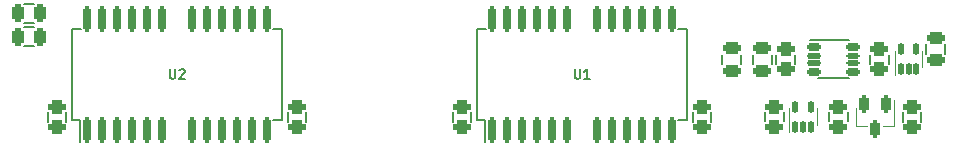
<source format=gto>
G04 #@! TF.GenerationSoftware,KiCad,Pcbnew,7.0.1-0*
G04 #@! TF.CreationDate,2023-11-01T19:37:58-04:00*
G04 #@! TF.ProjectId,GW4194,47573431-3934-42e6-9b69-6361645f7063,1.1-SOJ-DC*
G04 #@! TF.SameCoordinates,Original*
G04 #@! TF.FileFunction,Legend,Top*
G04 #@! TF.FilePolarity,Positive*
%FSLAX46Y46*%
G04 Gerber Fmt 4.6, Leading zero omitted, Abs format (unit mm)*
G04 Created by KiCad (PCBNEW 7.0.1-0) date 2023-11-01 19:37:58*
%MOMM*%
%LPD*%
G01*
G04 APERTURE LIST*
G04 Aperture macros list*
%AMRoundRect*
0 Rectangle with rounded corners*
0 $1 Rounding radius*
0 $2 $3 $4 $5 $6 $7 $8 $9 X,Y pos of 4 corners*
0 Add a 4 corners polygon primitive as box body*
4,1,4,$2,$3,$4,$5,$6,$7,$8,$9,$2,$3,0*
0 Add four circle primitives for the rounded corners*
1,1,$1+$1,$2,$3*
1,1,$1+$1,$4,$5*
1,1,$1+$1,$6,$7*
1,1,$1+$1,$8,$9*
0 Add four rect primitives between the rounded corners*
20,1,$1+$1,$2,$3,$4,$5,0*
20,1,$1+$1,$4,$5,$6,$7,0*
20,1,$1+$1,$6,$7,$8,$9,0*
20,1,$1+$1,$8,$9,$2,$3,0*%
G04 Aperture macros list end*
%ADD10C,0.203200*%
%ADD11C,0.152400*%
%ADD12C,0.120000*%
%ADD13C,0.127000*%
%ADD14RoundRect,0.312500X0.437500X-0.262500X0.437500X0.262500X-0.437500X0.262500X-0.437500X-0.262500X0*%
%ADD15C,0.952400*%
%ADD16RoundRect,0.520700X-0.444500X-0.825500X0.444500X-0.825500X0.444500X0.825500X-0.444500X0.825500X0*%
%ADD17RoundRect,0.262500X0.212500X0.487500X-0.212500X0.487500X-0.212500X-0.487500X0.212500X-0.487500X0*%
%ADD18RoundRect,0.262500X-0.212500X-0.487500X0.212500X-0.487500X0.212500X0.487500X-0.212500X0.487500X0*%
%ADD19RoundRect,0.312500X-0.437500X0.262500X-0.437500X-0.262500X0.437500X-0.262500X0.437500X0.262500X0*%
%ADD20RoundRect,0.262500X-0.487500X0.212500X-0.487500X-0.212500X0.487500X-0.212500X0.487500X0.212500X0*%
%ADD21RoundRect,0.140000X0.100000X-0.400000X0.100000X0.400000X-0.100000X0.400000X-0.100000X-0.400000X0*%
%ADD22RoundRect,0.250000X-0.200000X0.475000X-0.200000X-0.475000X0.200000X-0.475000X0.200000X0.475000X0*%
%ADD23RoundRect,0.262500X0.487500X-0.212500X0.487500X0.212500X-0.487500X0.212500X-0.487500X-0.212500X0*%
%ADD24RoundRect,0.200000X0.150000X-0.866000X0.150000X0.866000X-0.150000X0.866000X-0.150000X-0.866000X0*%
%ADD25RoundRect,0.186300X-0.425000X-0.150000X0.425000X-0.150000X0.425000X0.150000X-0.425000X0.150000X0*%
%ADD26RoundRect,0.136300X-0.475000X-0.100000X0.475000X-0.100000X0.475000X0.100000X-0.475000X0.100000X0*%
%ADD27RoundRect,0.148800X-0.462500X-0.112500X0.462500X-0.112500X0.462500X0.112500X-0.462500X0.112500X0*%
G04 APERTURE END LIST*
D10*
X128920723Y-89225216D02*
X128920723Y-89883197D01*
X128920723Y-89883197D02*
X128959428Y-89960607D01*
X128959428Y-89960607D02*
X128998133Y-89999312D01*
X128998133Y-89999312D02*
X129075542Y-90038016D01*
X129075542Y-90038016D02*
X129230361Y-90038016D01*
X129230361Y-90038016D02*
X129307771Y-89999312D01*
X129307771Y-89999312D02*
X129346476Y-89960607D01*
X129346476Y-89960607D02*
X129385180Y-89883197D01*
X129385180Y-89883197D02*
X129385180Y-89225216D01*
X130197981Y-90038016D02*
X129733524Y-90038016D01*
X129965752Y-90038016D02*
X129965752Y-89225216D01*
X129965752Y-89225216D02*
X129888343Y-89341331D01*
X129888343Y-89341331D02*
X129810933Y-89418740D01*
X129810933Y-89418740D02*
X129733524Y-89457445D01*
X94630723Y-89225216D02*
X94630723Y-89883197D01*
X94630723Y-89883197D02*
X94669428Y-89960607D01*
X94669428Y-89960607D02*
X94708133Y-89999312D01*
X94708133Y-89999312D02*
X94785542Y-90038016D01*
X94785542Y-90038016D02*
X94940361Y-90038016D01*
X94940361Y-90038016D02*
X95017771Y-89999312D01*
X95017771Y-89999312D02*
X95056476Y-89960607D01*
X95056476Y-89960607D02*
X95095180Y-89883197D01*
X95095180Y-89883197D02*
X95095180Y-89225216D01*
X95443524Y-89302626D02*
X95482228Y-89263921D01*
X95482228Y-89263921D02*
X95559638Y-89225216D01*
X95559638Y-89225216D02*
X95753162Y-89225216D01*
X95753162Y-89225216D02*
X95830571Y-89263921D01*
X95830571Y-89263921D02*
X95869276Y-89302626D01*
X95869276Y-89302626D02*
X95907981Y-89380035D01*
X95907981Y-89380035D02*
X95907981Y-89457445D01*
X95907981Y-89457445D02*
X95869276Y-89573559D01*
X95869276Y-89573559D02*
X95404819Y-90038016D01*
X95404819Y-90038016D02*
X95907981Y-90038016D01*
D11*
X84290000Y-93663400D02*
X84290000Y-92850600D01*
X85890000Y-93663400D02*
X85890000Y-92850600D01*
X104610000Y-93663400D02*
X104610000Y-92850600D01*
X106210000Y-93663400D02*
X106210000Y-92850600D01*
X118580000Y-93663400D02*
X118580000Y-92850600D01*
X120180000Y-93663400D02*
X120180000Y-92850600D01*
X156680000Y-93663400D02*
X156680000Y-92850600D01*
X158280000Y-93663400D02*
X158280000Y-92850600D01*
X83106400Y-87300000D02*
X82293600Y-87300000D01*
X83106400Y-85700000D02*
X82293600Y-85700000D01*
X82293600Y-83700000D02*
X83106400Y-83700000D01*
X82293600Y-85300000D02*
X83106400Y-85300000D01*
X147600000Y-87993600D02*
X147600000Y-88806400D01*
X146000000Y-87993600D02*
X146000000Y-88806400D01*
X145600000Y-87993600D02*
X145600000Y-88806400D01*
X144000000Y-87993600D02*
X144000000Y-88806400D01*
D12*
X147090000Y-92520000D02*
X147090000Y-94550000D01*
X149410000Y-93930000D02*
X149410000Y-92520000D01*
X156040000Y-87670000D02*
X156040000Y-89700000D01*
X158360000Y-89080000D02*
X158360000Y-87670000D01*
D11*
X155500000Y-87993600D02*
X155500000Y-88806400D01*
X153900000Y-87993600D02*
X153900000Y-88806400D01*
D12*
X152770000Y-94010000D02*
X153700000Y-94010000D01*
X152770000Y-94010000D02*
X152770000Y-92550000D01*
X155930000Y-94010000D02*
X155000000Y-94010000D01*
X155930000Y-94010000D02*
X155930000Y-91850000D01*
D11*
X152050000Y-92843600D02*
X152050000Y-93656400D01*
X150450000Y-92843600D02*
X150450000Y-93656400D01*
X141400000Y-88806400D02*
X141400000Y-87993600D01*
X143000000Y-88806400D02*
X143000000Y-87993600D01*
X146600000Y-92843600D02*
X146600000Y-93656400D01*
X145000000Y-92843600D02*
X145000000Y-93656400D01*
X120650000Y-93537000D02*
X121300000Y-93537000D01*
X120650000Y-93537000D02*
X120650000Y-85787000D01*
X121300000Y-93537000D02*
X121300000Y-95362000D01*
X138430000Y-93537000D02*
X137685000Y-93537000D01*
X138430000Y-93537000D02*
X138430000Y-85787000D01*
X120650000Y-85787000D02*
X121395000Y-85787000D01*
X138430000Y-85787000D02*
X137685000Y-85787000D01*
X86360000Y-93537000D02*
X87010000Y-93537000D01*
X86360000Y-93537000D02*
X86360000Y-85787000D01*
X87010000Y-93537000D02*
X87010000Y-95362000D01*
X104140000Y-93537000D02*
X103395000Y-93537000D01*
X104140000Y-93537000D02*
X104140000Y-85787000D01*
X86360000Y-85787000D02*
X87105000Y-85787000D01*
X104140000Y-85787000D02*
X103395000Y-85787000D01*
X138900000Y-93663400D02*
X138900000Y-92850600D01*
X140500000Y-93663400D02*
X140500000Y-92850600D01*
D13*
X148850000Y-86800000D02*
X152150000Y-86800000D01*
X152150000Y-90000000D02*
X149550000Y-90000000D01*
D11*
X160300000Y-87093600D02*
X160300000Y-87906400D01*
X158700000Y-87093600D02*
X158700000Y-87906400D01*
%LPC*%
D14*
X85090000Y-94107000D03*
X85090000Y-92407000D03*
X105410000Y-94107000D03*
X105410000Y-92407000D03*
X119380000Y-94107000D03*
X119380000Y-92407000D03*
X157480000Y-94107000D03*
X157480000Y-92407000D03*
D15*
X83820000Y-98806000D03*
D16*
X83820000Y-100076000D03*
D15*
X86360000Y-98806000D03*
D16*
X86360000Y-100076000D03*
D15*
X88900000Y-98806000D03*
D16*
X88900000Y-100076000D03*
D15*
X91440000Y-98806000D03*
D16*
X91440000Y-100076000D03*
D15*
X93980000Y-98806000D03*
D16*
X93980000Y-100076000D03*
D15*
X96520000Y-98806000D03*
D16*
X96520000Y-100076000D03*
D15*
X99060000Y-98806000D03*
D16*
X99060000Y-100076000D03*
D15*
X101600000Y-98806000D03*
D16*
X101600000Y-100076000D03*
D15*
X104140000Y-98806000D03*
D16*
X104140000Y-100076000D03*
D15*
X106680000Y-98806000D03*
D16*
X106680000Y-100076000D03*
D15*
X109220000Y-98806000D03*
D16*
X109220000Y-100076000D03*
D15*
X111760000Y-98806000D03*
D16*
X111760000Y-100076000D03*
D15*
X114300000Y-98806000D03*
D16*
X114300000Y-100076000D03*
D15*
X116840000Y-98806000D03*
D16*
X116840000Y-100076000D03*
D15*
X119380000Y-98806000D03*
D16*
X119380000Y-100076000D03*
D15*
X121920000Y-98806000D03*
D16*
X121920000Y-100076000D03*
D15*
X124460000Y-98806000D03*
D16*
X124460000Y-100076000D03*
D15*
X127000000Y-98806000D03*
D16*
X127000000Y-100076000D03*
D15*
X129540000Y-98806000D03*
D16*
X129540000Y-100076000D03*
D15*
X132080000Y-98806000D03*
D16*
X132080000Y-100076000D03*
D15*
X134620000Y-98806000D03*
D16*
X134620000Y-100076000D03*
D15*
X137160000Y-98806000D03*
D16*
X137160000Y-100076000D03*
D15*
X139700000Y-98806000D03*
D16*
X139700000Y-100076000D03*
D15*
X142240000Y-98806000D03*
D16*
X142240000Y-100076000D03*
D15*
X144780000Y-98806000D03*
D16*
X144780000Y-100076000D03*
D15*
X147320000Y-98806000D03*
D16*
X147320000Y-100076000D03*
D15*
X149860000Y-98806000D03*
D16*
X149860000Y-100076000D03*
D15*
X152400000Y-98806000D03*
D16*
X152400000Y-100076000D03*
D15*
X154940000Y-98806000D03*
D16*
X154940000Y-100076000D03*
D15*
X157480000Y-98806000D03*
D16*
X157480000Y-100076000D03*
D17*
X83650000Y-86500000D03*
X81750000Y-86500000D03*
D18*
X81750000Y-84500000D03*
X83650000Y-84500000D03*
D19*
X146800000Y-87550000D03*
X146800000Y-89250000D03*
D20*
X144800000Y-87450000D03*
X144800000Y-89350000D03*
D21*
X147600000Y-94100000D03*
X148250000Y-94100000D03*
X148900000Y-94100000D03*
X148900000Y-92400000D03*
X147600000Y-92400000D03*
X156550000Y-89250000D03*
X157200000Y-89250000D03*
X157850000Y-89250000D03*
X157850000Y-87550000D03*
X156550000Y-87550000D03*
D19*
X154700000Y-87550000D03*
X154700000Y-89250000D03*
D22*
X155300000Y-92200000D03*
X153400000Y-92200000D03*
X154350000Y-94300000D03*
D19*
X151250000Y-92400000D03*
X151250000Y-94100000D03*
D23*
X142200000Y-89350000D03*
X142200000Y-87450000D03*
D19*
X145800000Y-92400000D03*
X145800000Y-94100000D03*
D24*
X121920000Y-94361000D03*
X123190000Y-94361000D03*
X124460000Y-94361000D03*
X125730000Y-94361000D03*
X127000000Y-94361000D03*
X128270000Y-94361000D03*
X130810000Y-94361000D03*
X132080000Y-94361000D03*
X133350000Y-94361000D03*
X134620000Y-94361000D03*
X135890000Y-94361000D03*
X137160000Y-94361000D03*
X137160000Y-84963000D03*
X135890000Y-84963000D03*
X134620000Y-84963000D03*
X133350000Y-84963000D03*
X132080000Y-84963000D03*
X130810000Y-84963000D03*
X128270000Y-84963000D03*
X127000000Y-84963000D03*
X125730000Y-84963000D03*
X124460000Y-84963000D03*
X123190000Y-84963000D03*
X121920000Y-84963000D03*
X87630000Y-94361000D03*
X88900000Y-94361000D03*
X90170000Y-94361000D03*
X91440000Y-94361000D03*
X92710000Y-94361000D03*
X93980000Y-94361000D03*
X96520000Y-94361000D03*
X97790000Y-94361000D03*
X99060000Y-94361000D03*
X100330000Y-94361000D03*
X101600000Y-94361000D03*
X102870000Y-94361000D03*
X102870000Y-84963000D03*
X101600000Y-84963000D03*
X100330000Y-84963000D03*
X99060000Y-84963000D03*
X97790000Y-84963000D03*
X96520000Y-84963000D03*
X93980000Y-84963000D03*
X92710000Y-84963000D03*
X91440000Y-84963000D03*
X90170000Y-84963000D03*
X88900000Y-84963000D03*
X87630000Y-84963000D03*
D14*
X139700000Y-94107000D03*
X139700000Y-92407000D03*
D25*
X149200000Y-87350000D03*
D26*
X149200000Y-88075000D03*
X149200000Y-88725000D03*
D25*
X149200000Y-89450000D03*
X152500000Y-89450000D03*
D27*
X152500000Y-88725000D03*
X152500000Y-88075000D03*
D25*
X152500000Y-87350000D03*
D20*
X159500000Y-86550000D03*
X159500000Y-88450000D03*
M02*

</source>
